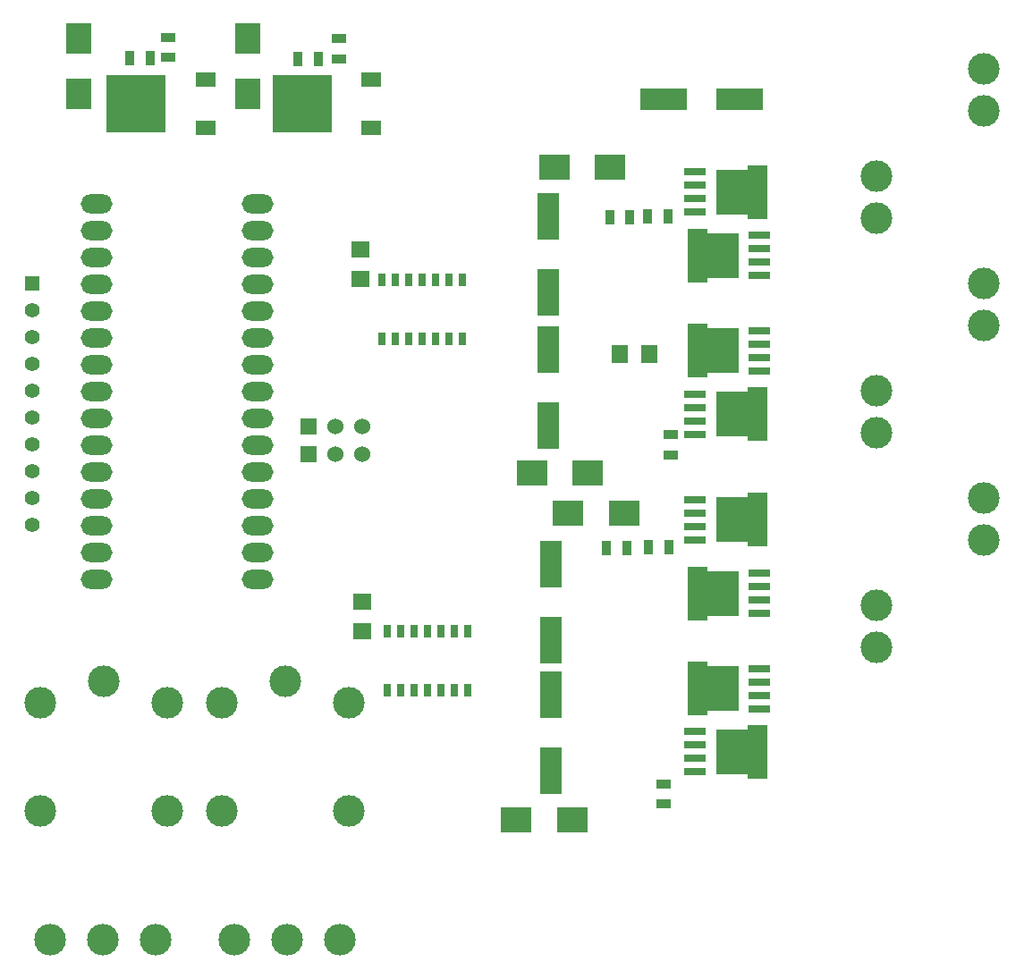
<source format=gts>
G04 (created by PCBNEW (2013-07-07 BZR 4022)-stable) date 30/10/2014 17:58:33*
%MOIN*%
G04 Gerber Fmt 3.4, Leading zero omitted, Abs format*
%FSLAX34Y34*%
G01*
G70*
G90*
G04 APERTURE LIST*
%ADD10C,0.00590551*%
%ADD11R,0.224409X0.216535*%
%ADD12R,0.0748031X0.0551181*%
%ADD13R,0.127953X0.17126*%
%ADD14R,0.0767717X0.202756*%
%ADD15R,0.0826772X0.0314961*%
%ADD16R,0.0787402X0.0275591*%
%ADD17R,0.025X0.05*%
%ADD18R,0.055X0.035*%
%ADD19R,0.035X0.055*%
%ADD20R,0.06X0.06*%
%ADD21C,0.06*%
%ADD22C,0.11811*%
%ADD23R,0.0787402X0.173228*%
%ADD24R,0.173228X0.0787402*%
%ADD25R,0.114173X0.0944882*%
%ADD26R,0.0944882X0.114173*%
%ADD27R,0.071X0.063*%
%ADD28R,0.063X0.071*%
%ADD29O,0.11811X0.0708661*%
%ADD30O,0.11811X0.11811*%
%ADD31R,0.055X0.055*%
%ADD32C,0.055*%
G04 APERTURE END LIST*
G54D10*
G54D11*
X41003Y-27322D03*
G54D12*
X43582Y-28228D03*
X43582Y-26417D03*
G54D11*
X47185Y-27322D03*
G54D12*
X49763Y-28228D03*
X49763Y-26417D03*
G54D13*
X63248Y-38897D03*
G54D14*
X64153Y-38897D03*
G54D15*
X61837Y-38147D03*
G54D16*
X61837Y-38647D03*
X61837Y-39147D03*
X61837Y-39647D03*
G54D13*
X62814Y-45590D03*
G54D14*
X61909Y-45590D03*
G54D15*
X64225Y-46340D03*
G54D16*
X64225Y-45840D03*
X64225Y-45340D03*
X64225Y-44840D03*
G54D13*
X63248Y-42834D03*
G54D14*
X64153Y-42834D03*
G54D15*
X61837Y-42084D03*
G54D16*
X61837Y-42584D03*
X61837Y-43084D03*
X61837Y-43584D03*
G54D13*
X62814Y-49133D03*
G54D14*
X61909Y-49133D03*
G54D15*
X64225Y-49883D03*
G54D16*
X64225Y-49383D03*
X64225Y-48883D03*
X64225Y-48383D03*
G54D13*
X63248Y-51496D03*
G54D14*
X64153Y-51496D03*
G54D15*
X61837Y-50746D03*
G54D16*
X61837Y-51246D03*
X61837Y-51746D03*
X61837Y-52246D03*
G54D13*
X62814Y-36535D03*
G54D14*
X61909Y-36535D03*
G54D15*
X64225Y-37285D03*
G54D16*
X64225Y-36785D03*
X64225Y-36285D03*
X64225Y-35785D03*
G54D13*
X63248Y-30629D03*
G54D14*
X64153Y-30629D03*
G54D15*
X61837Y-29879D03*
G54D16*
X61837Y-30379D03*
X61837Y-30879D03*
X61837Y-31379D03*
G54D13*
X62814Y-32992D03*
G54D14*
X61909Y-32992D03*
G54D15*
X64225Y-33742D03*
G54D16*
X64225Y-33242D03*
X64225Y-32742D03*
X64225Y-32242D03*
G54D17*
X50350Y-49210D03*
X50850Y-49210D03*
X51350Y-49210D03*
X51850Y-49210D03*
X52350Y-49210D03*
X52850Y-49210D03*
X53350Y-49210D03*
X53350Y-47010D03*
X52850Y-47010D03*
X52350Y-47010D03*
X51850Y-47010D03*
X51350Y-47010D03*
X50850Y-47010D03*
X50350Y-47010D03*
X50153Y-36100D03*
X50653Y-36100D03*
X51153Y-36100D03*
X51653Y-36100D03*
X52153Y-36100D03*
X52653Y-36100D03*
X53153Y-36100D03*
X53153Y-33900D03*
X52653Y-33900D03*
X52153Y-33900D03*
X51653Y-33900D03*
X51153Y-33900D03*
X50653Y-33900D03*
X50153Y-33900D03*
G54D18*
X42204Y-25611D03*
X42204Y-24861D03*
X60669Y-53445D03*
X60669Y-52695D03*
G54D19*
X60097Y-43858D03*
X60847Y-43858D03*
X58522Y-43897D03*
X59272Y-43897D03*
X40766Y-25629D03*
X41516Y-25629D03*
G54D18*
X48543Y-25650D03*
X48543Y-24900D03*
G54D19*
X47026Y-25669D03*
X47776Y-25669D03*
G54D18*
X60905Y-40414D03*
X60905Y-39664D03*
G54D19*
X60058Y-31535D03*
X60808Y-31535D03*
X58640Y-31574D03*
X59390Y-31574D03*
G54D20*
X47425Y-39370D03*
G54D21*
X48425Y-39370D03*
X49425Y-39370D03*
G54D20*
X47425Y-40393D03*
G54D21*
X48425Y-40393D03*
X49425Y-40393D03*
G54D22*
X39783Y-48877D03*
X42145Y-49665D03*
X42145Y-53681D03*
X37421Y-53681D03*
X37421Y-49665D03*
X46555Y-48877D03*
X48917Y-49665D03*
X48917Y-53681D03*
X44192Y-53681D03*
X44192Y-49665D03*
G54D23*
X56456Y-49370D03*
X56456Y-52204D03*
X56338Y-34370D03*
X56338Y-31535D03*
G54D24*
X63503Y-27165D03*
X60669Y-27165D03*
G54D23*
X56456Y-47322D03*
X56456Y-44488D03*
X56338Y-36496D03*
X56338Y-39330D03*
G54D25*
X57244Y-54015D03*
X55157Y-54015D03*
X59173Y-42598D03*
X57086Y-42598D03*
X58661Y-29685D03*
X56574Y-29685D03*
G54D26*
X45157Y-26968D03*
X45157Y-24881D03*
X38858Y-26968D03*
X38858Y-24881D03*
G54D25*
X57834Y-41102D03*
X55748Y-41102D03*
G54D27*
X49409Y-47006D03*
X49409Y-45906D03*
G54D28*
X59016Y-36653D03*
X60116Y-36653D03*
G54D27*
X49370Y-33857D03*
X49370Y-32757D03*
G54D29*
X45519Y-45055D03*
X45519Y-44055D03*
X45519Y-43055D03*
X45519Y-42055D03*
X45519Y-41055D03*
X45519Y-40055D03*
X45519Y-39055D03*
X45519Y-38055D03*
X45519Y-37055D03*
X45519Y-36055D03*
X45519Y-35055D03*
X45519Y-34055D03*
X45519Y-33055D03*
X45519Y-32055D03*
X45519Y-31055D03*
X39519Y-31055D03*
X39519Y-32055D03*
X39519Y-33055D03*
X39519Y-34055D03*
X39519Y-35055D03*
X39519Y-36055D03*
X39519Y-37055D03*
X39519Y-38055D03*
X39519Y-39055D03*
X39519Y-40055D03*
X39519Y-41055D03*
X39519Y-42055D03*
X39519Y-43055D03*
X39519Y-44055D03*
X39519Y-45055D03*
G54D22*
X72598Y-26023D03*
X72598Y-27603D03*
X68598Y-30023D03*
X68598Y-31603D03*
X72598Y-34023D03*
X72598Y-35603D03*
X68598Y-38023D03*
X68598Y-39603D03*
X72588Y-42023D03*
X72593Y-43603D03*
X68598Y-46023D03*
X68598Y-47603D03*
G54D30*
X44645Y-58503D03*
X46614Y-58503D03*
X48582Y-58503D03*
X37795Y-58503D03*
X39763Y-58503D03*
X41732Y-58503D03*
G54D31*
X37135Y-34045D03*
G54D32*
X37135Y-35045D03*
X37135Y-36045D03*
X37135Y-37045D03*
X37135Y-38045D03*
X37135Y-39045D03*
X37135Y-40045D03*
X37135Y-41045D03*
X37135Y-42045D03*
X37135Y-43045D03*
M02*

</source>
